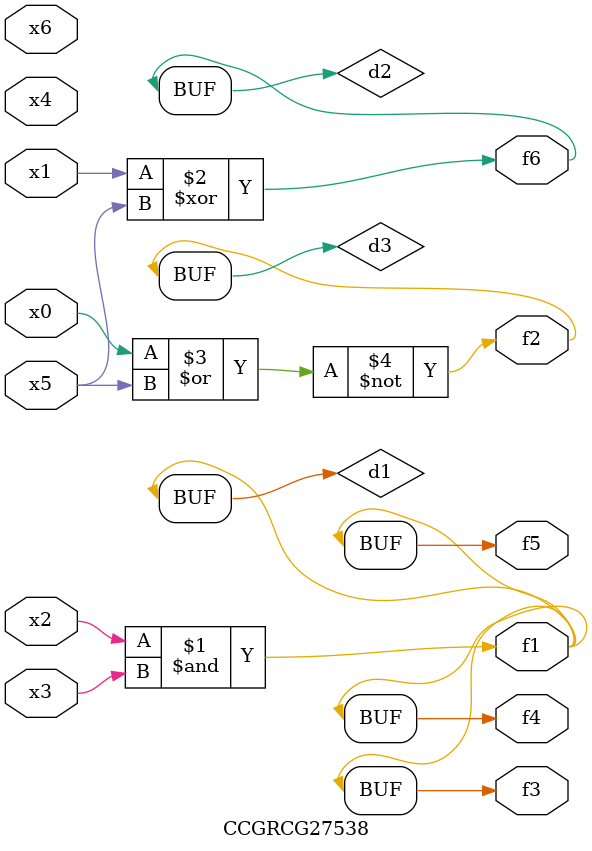
<source format=v>
module CCGRCG27538(
	input x0, x1, x2, x3, x4, x5, x6,
	output f1, f2, f3, f4, f5, f6
);

	wire d1, d2, d3;

	and (d1, x2, x3);
	xor (d2, x1, x5);
	nor (d3, x0, x5);
	assign f1 = d1;
	assign f2 = d3;
	assign f3 = d1;
	assign f4 = d1;
	assign f5 = d1;
	assign f6 = d2;
endmodule

</source>
